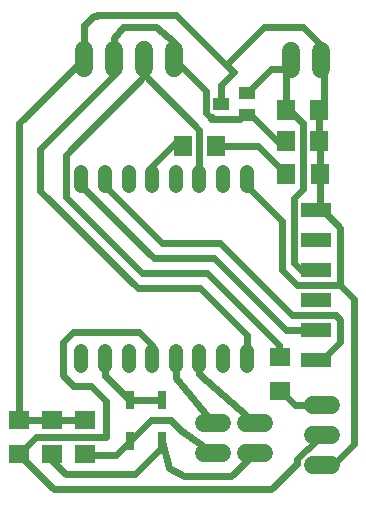
<source format=gbr>
G04 EAGLE Gerber X2 export*
%TF.Part,Single*%
%TF.FileFunction,Copper,L1,Top,Mixed*%
%TF.FilePolarity,Positive*%
%TF.GenerationSoftware,Autodesk,EAGLE,9.1.1*%
%TF.CreationDate,2018-07-26T12:17:36Z*%
G75*
%MOMM*%
%FSLAX34Y34*%
%LPD*%
%AMOC8*
5,1,8,0,0,1.08239X$1,22.5*%
G01*
%ADD10R,1.600000X1.800000*%
%ADD11R,0.800000X1.600000*%
%ADD12R,1.400000X1.000000*%
%ADD13R,1.803000X1.600000*%
%ADD14R,1.600000X1.803000*%
%ADD15R,2.540000X1.270000*%
%ADD16C,1.208000*%
%ADD17C,1.524000*%
%ADD18C,0.600000*%


D10*
X251430Y341630D03*
X279430Y341630D03*
X251430Y314960D03*
X279430Y314960D03*
D11*
X119380Y95740D03*
X119380Y61740D03*
X146050Y95740D03*
X146050Y61740D03*
D12*
X196010Y346710D03*
X218010Y356210D03*
X218010Y337210D03*
D13*
X246380Y132330D03*
X246380Y103890D03*
X25400Y78990D03*
X25400Y50550D03*
X81280Y50550D03*
X81280Y78990D03*
X53340Y50550D03*
X53340Y78990D03*
D14*
X279650Y287020D03*
X251210Y287020D03*
D15*
X276860Y256540D03*
X276860Y231140D03*
X276860Y205740D03*
X276860Y180340D03*
X276860Y154940D03*
X276860Y129540D03*
D14*
X192020Y311150D03*
X163580Y311150D03*
D16*
X217890Y289360D02*
X217890Y277280D01*
X197890Y277280D02*
X197890Y289360D01*
X177890Y289360D02*
X177890Y277280D01*
X157890Y277280D02*
X157890Y289360D01*
X137890Y289360D02*
X137890Y277280D01*
X117890Y277280D02*
X117890Y289360D01*
X97890Y289360D02*
X97890Y277280D01*
X77890Y277280D02*
X77890Y289360D01*
X217890Y137280D02*
X217890Y125200D01*
X197890Y125200D02*
X197890Y137280D01*
X177890Y137280D02*
X177890Y125200D01*
X157890Y125200D02*
X157890Y137280D01*
X137890Y137280D02*
X137890Y125200D01*
X117890Y125200D02*
X117890Y137280D01*
X97890Y137280D02*
X97890Y125200D01*
X77890Y125200D02*
X77890Y137280D01*
D17*
X181610Y50800D02*
X196850Y50800D01*
X196850Y76200D02*
X181610Y76200D01*
X217170Y50800D02*
X232410Y50800D01*
X232410Y76200D02*
X217170Y76200D01*
X274320Y40640D02*
X289560Y40640D01*
X289560Y66040D02*
X274320Y66040D01*
X274320Y91440D02*
X289560Y91440D01*
X255270Y375920D02*
X255270Y391160D01*
X280670Y391160D02*
X280670Y375920D01*
X156210Y377190D02*
X156210Y392430D01*
X130810Y392430D02*
X130810Y377190D01*
X105410Y377190D02*
X105410Y392430D01*
X80010Y392430D02*
X80010Y377190D01*
D18*
X177890Y325030D02*
X177890Y277280D01*
X177890Y325030D02*
X132927Y369993D01*
X245110Y142240D02*
X245110Y131060D01*
X245110Y142240D02*
X184150Y203200D01*
X129540Y203200D01*
X64770Y267970D01*
X64770Y303530D01*
X245110Y131060D02*
X246380Y132330D01*
X64770Y303530D02*
X132080Y370840D01*
X132927Y369993D02*
X130810Y384810D01*
X132080Y370840D02*
X132927Y369993D01*
X251460Y154940D02*
X276860Y154940D01*
X251460Y154940D02*
X190500Y215900D01*
X139270Y215900D01*
X77890Y277280D01*
X97890Y277280D02*
X146570Y228600D01*
X195580Y228600D01*
X256540Y167640D01*
X293370Y167640D02*
X297180Y163830D01*
X297180Y144780D01*
X281940Y129540D02*
X276860Y129540D01*
X293370Y167640D02*
X256540Y167640D01*
X281940Y129540D02*
X297180Y144780D01*
X146050Y95740D02*
X119380Y95740D01*
X97890Y116740D02*
X97890Y137280D01*
X118890Y95740D02*
X119380Y95740D01*
X118890Y95740D02*
X97890Y116740D01*
X218010Y356210D02*
X238500Y376700D01*
X265430Y274320D02*
X257810Y266700D01*
X265430Y274320D02*
X265430Y330200D01*
X254000Y341630D02*
X251430Y341630D01*
X257810Y266700D02*
X257810Y212090D01*
X265430Y330200D02*
X254000Y341630D01*
X257810Y212090D02*
X264160Y205740D01*
X276860Y205740D01*
X251430Y378430D02*
X254000Y381000D01*
X251430Y378430D02*
X249700Y376700D01*
X238500Y376700D01*
X251430Y378430D02*
X251430Y341630D01*
X196010Y346710D02*
X196010Y362600D01*
X200375Y379665D02*
X232410Y411700D01*
X283210Y345410D02*
X279430Y341630D01*
X283210Y345410D02*
X283210Y393920D01*
X279430Y341630D02*
X279430Y314960D01*
X279650Y314740D01*
X279650Y287020D01*
X279650Y259330D02*
X276860Y256540D01*
X279650Y259330D02*
X279650Y287020D01*
X247650Y247520D02*
X217890Y277280D01*
X247650Y247520D02*
X247650Y205740D01*
X260350Y193040D01*
X297180Y193040D01*
X297180Y241800D01*
X279650Y259330D01*
X297180Y193040D02*
X308610Y181610D01*
X53340Y78990D02*
X25400Y78990D01*
X53340Y78990D02*
X81280Y78990D01*
X25400Y78990D02*
X22860Y78990D01*
X232410Y411700D02*
X265430Y411700D01*
X283210Y393920D01*
X308610Y181610D02*
X308610Y58420D01*
X289560Y39370D01*
X281940Y40640D01*
X25400Y330200D02*
X80010Y384810D01*
X25400Y330200D02*
X25400Y78990D01*
X80360Y413312D02*
X88338Y421290D01*
X80360Y385160D02*
X80010Y384810D01*
X80360Y385160D02*
X80360Y413312D01*
X88338Y421290D02*
X91090Y421290D01*
X91440Y421640D01*
X200375Y379665D02*
X206725Y373315D01*
X158400Y421640D02*
X91440Y421640D01*
X196010Y362600D02*
X206725Y373315D01*
X200375Y379665D02*
X158400Y421640D01*
X218010Y337210D02*
X221590Y337210D01*
X243840Y314960D02*
X251430Y314960D01*
X243840Y314960D02*
X221590Y337210D01*
X190500Y334010D02*
X187960Y334010D01*
X190500Y334010D02*
X212090Y334010D01*
X215290Y337210D01*
X218010Y337210D01*
X178640Y190500D02*
X217890Y151250D01*
X178640Y190500D02*
X125730Y190500D01*
X43180Y273050D01*
X217890Y151250D02*
X217890Y137280D01*
X246380Y103890D02*
X246668Y103852D01*
X259080Y91440D01*
X281940Y91440D01*
X43180Y273050D02*
X43180Y308610D01*
X105410Y370840D01*
X105410Y384810D01*
X183010Y339225D02*
X186525Y335710D01*
X183010Y358010D02*
X156210Y384810D01*
X183010Y358010D02*
X183010Y339225D01*
X186525Y335710D02*
X188800Y335710D01*
X190500Y334010D01*
X105410Y384810D02*
X105410Y402590D01*
X113030Y411480D01*
X140970Y411480D01*
X156210Y398780D01*
X156210Y384810D01*
X130810Y20320D02*
X127000Y20320D01*
X54610Y20320D01*
X25400Y49530D02*
X25400Y50550D01*
X137890Y137280D02*
X137890Y140240D01*
X25400Y49530D02*
X54610Y20320D01*
X25400Y50550D02*
X39620Y64770D01*
X99060Y64770D01*
X137890Y137280D02*
X137890Y142780D01*
X127000Y153670D01*
X71120Y153670D01*
X62230Y144780D01*
X62230Y116840D01*
X71120Y107950D01*
X86360Y107950D01*
X99060Y95250D01*
X99060Y64770D01*
X130810Y20320D02*
X238760Y20320D01*
X260700Y46282D02*
X268678Y54260D01*
X260700Y42260D02*
X238760Y20320D01*
X260700Y42260D02*
X260700Y46282D01*
X268678Y54260D02*
X270160Y54260D01*
X281940Y66040D01*
X136540Y78900D02*
X119380Y61740D01*
X136540Y78900D02*
X153670Y78900D01*
X82300Y49530D02*
X81280Y50550D01*
X82300Y49530D02*
X107170Y49530D01*
X153670Y78900D02*
X160735Y71835D01*
X162560Y70010D01*
X119380Y61740D02*
X107170Y49530D01*
X160735Y71835D02*
X189230Y50800D01*
X64770Y33020D02*
X53340Y44450D01*
X64770Y33020D02*
X123190Y33020D01*
X146050Y54120D02*
X146050Y61740D01*
X53340Y50550D02*
X53340Y44450D01*
X123190Y33020D02*
X146050Y55880D01*
X146050Y61740D01*
X152400Y38100D01*
X165100Y31750D01*
X204549Y31750D01*
X224790Y50800D01*
X157890Y115000D02*
X157890Y137280D01*
X157890Y115000D02*
X189230Y76200D01*
X177890Y118230D02*
X177890Y137280D01*
X177890Y118230D02*
X224790Y76200D01*
X137890Y277280D02*
X137890Y294100D01*
X156210Y312420D01*
X157480Y311150D01*
X163580Y311150D01*
X192020Y311150D02*
X227080Y311150D01*
X251210Y287020D01*
M02*

</source>
